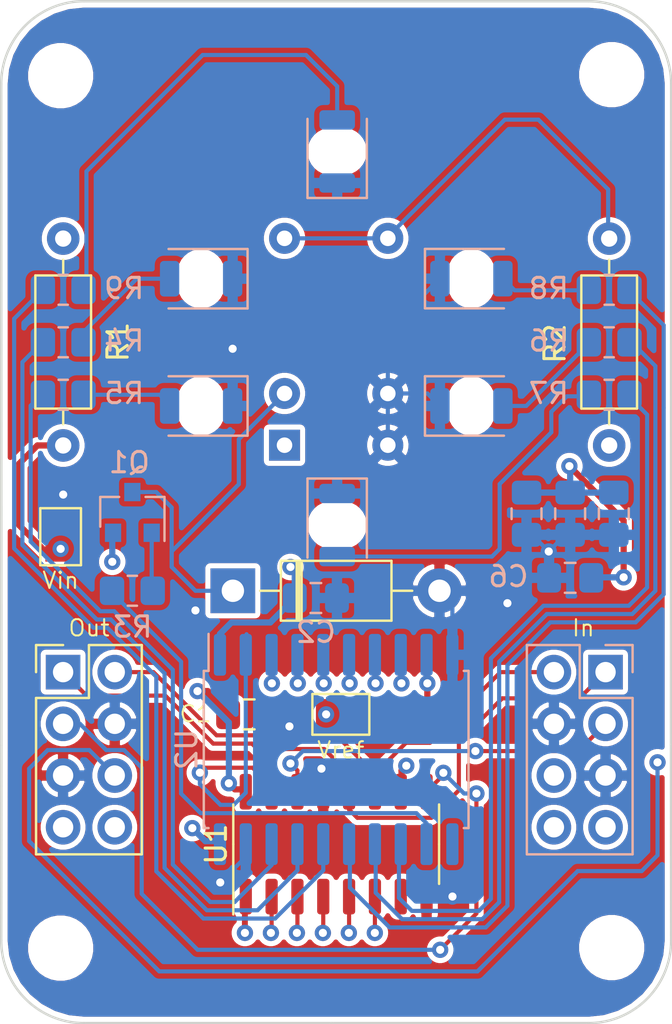
<source format=kicad_pcb>
(kicad_pcb (version 20171130) (host pcbnew "(5.1.7)-1")
  (layers (0 F.Cu signal hide) (1 In1.Cu signal hide) (2 In2.Cu signal hide) (31 B.Cu signal hide) (34 B.Paste user) (35 F.Paste user hide) (36 B.SilkS user) (37 F.SilkS user) (38 B.Mask user) (39 F.Mask user hide) (44 Edge.Cuts user))
  (net 0 "")
  (net 1 GND)
  (net 2 /Vref)
  (net 3 /Vin)
  (net 4 /Vout)
  (net 5 "Net-(K1-Pad5)")
  (net 6 VCC)
  (net 7 "Net-(D1-Pad1)")
  (net 8 /DataIn)
  (net 9 /CLK)
  (net 10 /LATCH)
  (net 11 /DataOut)
  (net 12 "Net-(Q1-Pad1)")
  (net 13 /PFET)
  (net 14 /LED1)
  (net 15 /LED3)
  (net 16 /LED5)
  (net 17 /LED2)
  (net 18 /LED4)
  (net 19 /LED6)
  (net 20 "Net-(U1-Pad15)")
  (net 21 "Net-(U1-Pad7)")
  (net 22 "Net-(U1-Pad6)")
  (net 23 "Net-(U1-Pad5)")
  (net 24 "Net-(U1-Pad4)")
  (net 25 "Net-(U1-Pad3)")
  (net 26 "Net-(U1-Pad2)")
  (net 27 "Net-(U1-Pad1)")
  (net 28 "Net-(U2-Pad11)")
  (net 29 /CL2)
  (net 30 /CL3)
  (net 31 /CL1)
  (net 32 /CL6)
  (net 33 /CL4)
  (net 34 /CL5)
  (module Connector_PinHeader_2.54mm:PinHeader_2x04_P2.54mm_Vertical (layer F.Cu) (at 123.947 116.16166)
    (fp_text reference J1 hide)
    (fp_text value Out)
    (pad 8 thru_hole oval (at 2.54 7.62) (size 1.7 1.7) (drill 1) (layers *.Cu *.Mask) (net 6 VCC))
    (pad 7 thru_hole oval (at 0 7.62) (size 1.7 1.7) (drill 1) (layers *.Cu *.Mask) (net 2 /Vref))
    (pad 6 thru_hole oval (at 2.54 5.08) (size 1.7 1.7) (drill 1) (layers *.Cu *.Mask) (net 4 /Vout))
    (pad 5 thru_hole oval (at 0 5.08) (size 1.7 1.7) (drill 1) (layers *.Cu *.Mask) (net 1 GND))
    (pad 4 thru_hole oval (at 2.54 2.54) (size 1.7 1.7) (drill 1) (layers *.Cu *.Mask) (net 1 GND))
    (pad 3 thru_hole oval (at 0 2.54) (size 1.7 1.7) (drill 1) (layers *.Cu *.Mask) (net 11 /DataOut))
    (pad 2 thru_hole oval (at 2.54 0) (size 1.7 1.7) (drill 1) (layers *.Cu *.Mask) (net 9 /CLK))
    (pad 1 thru_hole rect (at 0 0) (size 1.7 1.7) (drill 1) (layers *.Cu *.Mask) (net 10 /LATCH))
  )
  (module Connector_PinHeader_2.54mm:PinHeader_2x04_P2.54mm_Vertical (layer B.Cu) (at 150.622 116.16166 180)
    (fp_text reference J2 hide)
    (fp_text value In)
    (pad 8 thru_hole oval (at 2.54 -7.62 180) (size 1.7 1.7) (drill 1) (layers *.Cu *.Mask) (net 6 VCC))
    (pad 7 thru_hole oval (at 0 -7.62 180) (size 1.7 1.7) (drill 1) (layers *.Cu *.Mask) (net 2 /Vref))
    (pad 6 thru_hole oval (at 2.54 -5.08 180) (size 1.7 1.7) (drill 1) (layers *.Cu *.Mask) (net 3 /Vin))
    (pad 5 thru_hole oval (at 0 -5.08 180) (size 1.7 1.7) (drill 1) (layers *.Cu *.Mask) (net 1 GND))
    (pad 4 thru_hole oval (at 2.54 -2.54 180) (size 1.7 1.7) (drill 1) (layers *.Cu *.Mask) (net 1 GND))
    (pad 3 thru_hole oval (at 0 -2.54 180) (size 1.7 1.7) (drill 1) (layers *.Cu *.Mask) (net 8 /DataIn))
    (pad 2 thru_hole oval (at 2.54 0 180) (size 1.7 1.7) (drill 1) (layers *.Cu *.Mask) (net 9 /CLK))
    (pad 1 thru_hole rect (at 0 0 180) (size 1.7 1.7) (drill 1) (layers *.Cu *.Mask) (net 10 /LATCH))
  )
  (module Relay_THT:Relay_SPDT_HsinDa_Y14 (layer F.Cu) (at 134.8352 105.0163 90)
    (fp_text reference K1 hide)
    (fp_text value DIPxx-1Cxx-51x)
    (pad 1 thru_hole rect (at 0 0 90) (size 1.524 1.524) (drill 0.762) (layers *.Cu *.Mask) (net 2 /Vref))
    (pad 2 thru_hole circle (at 0 5.08 90) (size 1.524 1.524) (drill 0.762) (layers *.Cu *.Mask) (net 1 GND))
    (pad 3 thru_hole circle (at 2.54 0 90) (size 1.524 1.524) (drill 0.762) (layers *.Cu *.Mask) (net 7 "Net-(D1-Pad1)"))
    (pad 4 thru_hole circle (at 2.54 5.08 90) (size 1.524 1.524) (drill 0.762) (layers *.Cu *.Mask) (net 1 GND))
    (pad 5 thru_hole circle (at 10.16 0 90) (size 1.524 1.524) (drill 0.762) (layers *.Cu *.Mask) (net 5 "Net-(K1-Pad5)"))
    (pad 6 thru_hole circle (at 10.16 5.08 90) (size 1.524 1.524) (drill 0.762) (layers *.Cu *.Mask) (net 5 "Net-(K1-Pad5)"))
  )
  (module MountingHole:MountingHole_2.7mm (layer F.Cu) (at 123.827 129.7178)
    (fp_text reference H4 hide)
    (fp_text value MountingHole)
    (pad 1 np_thru_hole circle (at 0 0) (size 2.7 2.7) (drill 2.7) (layers *.Cu *.Mask))
  )
  (module MountingHole:MountingHole_2.7mm (layer F.Cu) (at 150.9248 86.8172)
    (fp_text reference H3 hide)
    (fp_text value MountingHole)
    (pad 1 np_thru_hole circle (at 0 0) (size 2.7 2.7) (drill 2.7) (layers *.Cu *.Mask))
  )
  (module MountingHole:MountingHole_2.7mm (layer F.Cu) (at 150.9248 129.6924)
    (fp_text reference H2 hide)
    (fp_text value MountingHole)
    (pad 1 np_thru_hole circle (at 0 0) (size 2.7 2.7) (drill 2.7) (layers *.Cu *.Mask))
  )
  (module MountingHole:MountingHole_2.7mm (layer F.Cu) (at 123.827 86.868)
    (fp_text reference H1 hide)
    (fp_text value MountingHole)
    (pad 1 np_thru_hole circle (at 0 0) (size 2.7 2.7) (drill 2.7) (layers *.Cu *.Mask))
  )
  (module Capacitor_SMD:C_0805_2012Metric_Pad1.18x1.45mm_HandSolder (layer B.Cu) (at 148.8821 111.5314 180)
    (fp_text reference C6 (at 3.0353 0.0675) (layer B.SilkS) (effects (justify mirror)))
    (fp_text value 22uF)
    (pad 2 smd roundrect (at 1.0375 0 180) (size 1.175 1.45) (layers B.Cu B.Paste B.Mask) (roundrect_rratio 0.212766) (net 1 GND))
    (pad 1 smd roundrect (at -1.0375 0 180) (size 1.175 1.45) (layers B.Cu B.Paste B.Mask) (roundrect_rratio 0.212766) (net 6 VCC))
  )
  (module Capacitor_SMD:C_0805_2012Metric_Pad1.18x1.45mm_HandSolder (layer B.Cu) (at 151.0284 108.3818 270)
    (fp_text reference C5 hide)
    (fp_text value 22uF)
    (pad 2 smd roundrect (at 1.0375 0 270) (size 1.175 1.45) (layers B.Cu B.Paste B.Mask) (roundrect_rratio 0.212766) (net 1 GND))
    (pad 1 smd roundrect (at -1.0375 0 270) (size 1.175 1.45) (layers B.Cu B.Paste B.Mask) (roundrect_rratio 0.212766) (net 6 VCC))
  )
  (module Capacitor_SMD:C_0805_2012Metric_Pad1.18x1.45mm_HandSolder (layer B.Cu) (at 148.8821 108.3818 270)
    (fp_text reference C4 hide)
    (fp_text value 22uF)
    (pad 2 smd roundrect (at 1.0375 0 270) (size 1.175 1.45) (layers B.Cu B.Paste B.Mask) (roundrect_rratio 0.212766) (net 1 GND))
    (pad 1 smd roundrect (at -1.0375 0 270) (size 1.175 1.45) (layers B.Cu B.Paste B.Mask) (roundrect_rratio 0.212766) (net 6 VCC))
  )
  (module Capacitor_SMD:C_0805_2012Metric_Pad1.18x1.45mm_HandSolder (layer B.Cu) (at 146.7358 108.3818 270)
    (fp_text reference C3 hide)
    (fp_text value 22uF)
    (pad 2 smd roundrect (at 1.0375 0 270) (size 1.175 1.45) (layers B.Cu B.Paste B.Mask) (roundrect_rratio 0.212766) (net 1 GND))
    (pad 1 smd roundrect (at -1.0375 0 270) (size 1.175 1.45) (layers B.Cu B.Paste B.Mask) (roundrect_rratio 0.212766) (net 6 VCC))
  )
  (module Resistor_THT:R_Axial_DIN0207_L6.3mm_D2.5mm_P10.16mm_Horizontal (layer F.Cu) (at 150.7998 94.869 270)
    (fp_text reference R2 (at 5.1562 2.667 90) (layer F.SilkS))
    (fp_text value 2R)
    (pad 2 thru_hole oval (at 10.16 0 270) (size 1.6 1.6) (drill 0.8) (layers *.Cu *.Mask) (net 4 /Vout))
    (pad 1 thru_hole circle (at 0 0 270) (size 1.6 1.6) (drill 0.8) (layers *.Cu *.Mask) (net 5 "Net-(K1-Pad5)"))
  )
  (module Resistor_THT:R_Axial_DIN0207_L6.3mm_D2.5mm_P10.16mm_Horizontal (layer F.Cu) (at 123.952 94.869 270)
    (fp_text reference R1 (at 5.08 -2.6924 90) (layer F.SilkS))
    (fp_text value R)
    (pad 2 thru_hole oval (at 10.16 0 270) (size 1.6 1.6) (drill 0.8) (layers *.Cu *.Mask) (net 3 /Vin))
    (pad 1 thru_hole circle (at 0 0 270) (size 1.6 1.6) (drill 0.8) (layers *.Cu *.Mask) (net 4 /Vout))
  )
  (module Jumper:SolderJumper-2_P1.3mm_Open_TrianglePad1.0x1.5mm (layer F.Cu) (at 137.6052 118.237)
    (fp_text reference JP2 hide)
    (fp_text value Vref)
    (pad 1 smd custom (at -0.725 0) (size 0.3 0.3) (layers F.Cu F.Mask) (net 2 /Vref) (options (clearance outline) (anchor rect)) (primitives (gr_poly (pts (xy -0.5 -0.75) (xy 0.5 -0.75) (xy 1 0) (xy 0.5 0.75) (xy -0.5 0.75)) (width 0))))
    (pad 2 smd custom (at 0.725 0) (size 0.3 0.3) (layers F.Cu F.Mask) (net 6 VCC) (options (clearance outline) (anchor rect)) (primitives (gr_poly (pts (xy -0.65 -0.75) (xy 0.5 -0.75) (xy 0.5 0.75) (xy -0.65 0.75) (xy -0.15 0)) (width 0))))
  )
  (module Package_SO:SOIC-20W_7.5x12.8mm_P1.27mm (layer B.Cu) (at 137.3752 119.96166 270)
    (fp_text reference U2 (at 0 7.35 90) (layer B.SilkS) (effects (justify mirror)))
    (fp_text value 74HC245)
    (pad 20 smd roundrect (at 4.65 5.715 270) (size 2.05 0.6) (layers B.Cu B.Paste B.Mask) (net 6 VCC))
    (pad 19 smd roundrect (at 4.65 4.445 270) (size 2.05 0.6) (layers B.Cu B.Paste B.Mask) (net 1 GND))
    (pad 18 smd roundrect (at 4.65 3.175 270) (size 2.05 0.6) (layers B.Cu B.Paste B.Mask) (net 14 /LED1))
    (pad 17 smd roundrect (at 4.65 1.905 270) (size 2.05 0.6) (layers B.Cu B.Paste B.Mask) (net 17 /LED2))
    (pad 16 smd roundrect (at 4.65 0.635 270) (size 2.05 0.6) (layers B.Cu B.Paste B.Mask) (net 15 /LED3))
    (pad 15 smd roundrect (at 4.65 -0.635 270) (size 2.05 0.6) (layers B.Cu B.Paste B.Mask) (net 18 /LED4))
    (pad 14 smd roundrect (at 4.65 -1.905 270) (size 2.05 0.6) (layers B.Cu B.Paste B.Mask) (net 16 /LED5))
    (pad 13 smd roundrect (at 4.65 -3.175 270) (size 2.05 0.6) (layers B.Cu B.Paste B.Mask) (net 19 /LED6))
    (pad 12 smd roundrect (at 4.65 -4.445 270) (size 2.05 0.6) (layers B.Cu B.Paste B.Mask) (net 13 /PFET))
    (pad 11 smd roundrect (at 4.65 -5.715 270) (size 2.05 0.6) (layers B.Cu B.Paste B.Mask) (net 28 "Net-(U2-Pad11)"))
    (pad 10 smd roundrect (at -4.65 -5.715 270) (size 2.05 0.6) (layers B.Cu B.Paste B.Mask) (net 1 GND))
    (pad 9 smd roundrect (at -4.65 -4.445 270) (size 2.05 0.6) (layers B.Cu B.Paste B.Mask) (net 6 VCC))
    (pad 8 smd roundrect (at -4.65 -3.175 270) (size 2.05 0.6) (layers B.Cu B.Paste B.Mask) (net 22 "Net-(U1-Pad6)"))
    (pad 7 smd roundrect (at -4.65 -1.905 270) (size 2.05 0.6) (layers B.Cu B.Paste B.Mask) (net 23 "Net-(U1-Pad5)"))
    (pad 6 smd roundrect (at -4.65 -0.635 270) (size 2.05 0.6) (layers B.Cu B.Paste B.Mask) (net 24 "Net-(U1-Pad4)"))
    (pad 5 smd roundrect (at -4.65 0.635 270) (size 2.05 0.6) (layers B.Cu B.Paste B.Mask) (net 25 "Net-(U1-Pad3)"))
    (pad 4 smd roundrect (at -4.65 1.905 270) (size 2.05 0.6) (layers B.Cu B.Paste B.Mask) (net 26 "Net-(U1-Pad2)"))
    (pad 3 smd roundrect (at -4.65 3.175 270) (size 2.05 0.6) (layers B.Cu B.Paste B.Mask) (net 27 "Net-(U1-Pad1)"))
    (pad 2 smd roundrect (at -4.65 4.445 270) (size 2.05 0.6) (layers B.Cu B.Paste B.Mask) (net 20 "Net-(U1-Pad15)"))
    (pad 1 smd roundrect (at -4.65 5.715 270) (size 2.05 0.6) (layers B.Cu B.Paste B.Mask) (net 6 VCC))
  )
  (module Package_SO:SO-16_3.9x9.9mm_P1.27mm (layer F.Cu) (at 137.3752 124.6124 90)
    (fp_text reference U1 (at 0 -5.9 90) (layer F.SilkS))
    (fp_text value 74HCT595)
    (pad 16 smd roundrect (at 2.575 -4.445 90) (size 1.75 0.6) (layers F.Cu F.Paste F.Mask) (net 6 VCC))
    (pad 15 smd roundrect (at 2.575 -3.175 90) (size 1.75 0.6) (layers F.Cu F.Paste F.Mask) (net 20 "Net-(U1-Pad15)"))
    (pad 14 smd roundrect (at 2.575 -1.905 90) (size 1.75 0.6) (layers F.Cu F.Paste F.Mask) (net 8 /DataIn))
    (pad 13 smd roundrect (at 2.575 -0.635 90) (size 1.75 0.6) (layers F.Cu F.Paste F.Mask) (net 1 GND))
    (pad 12 smd roundrect (at 2.575 0.635 90) (size 1.75 0.6) (layers F.Cu F.Paste F.Mask) (net 10 /LATCH))
    (pad 11 smd roundrect (at 2.575 1.905 90) (size 1.75 0.6) (layers F.Cu F.Paste F.Mask) (net 9 /CLK))
    (pad 10 smd roundrect (at 2.575 3.175 90) (size 1.75 0.6) (layers F.Cu F.Paste F.Mask) (net 6 VCC))
    (pad 9 smd roundrect (at 2.575 4.445 90) (size 1.75 0.6) (layers F.Cu F.Paste F.Mask) (net 11 /DataOut))
    (pad 8 smd roundrect (at -2.575 4.445 90) (size 1.75 0.6) (layers F.Cu F.Paste F.Mask) (net 1 GND))
    (pad 7 smd roundrect (at -2.575 3.175 90) (size 1.75 0.6) (layers F.Cu F.Paste F.Mask) (net 21 "Net-(U1-Pad7)"))
    (pad 6 smd roundrect (at -2.575 1.905 90) (size 1.75 0.6) (layers F.Cu F.Paste F.Mask) (net 22 "Net-(U1-Pad6)"))
    (pad 5 smd roundrect (at -2.575 0.635 90) (size 1.75 0.6) (layers F.Cu F.Paste F.Mask) (net 23 "Net-(U1-Pad5)"))
    (pad 4 smd roundrect (at -2.575 -0.635 90) (size 1.75 0.6) (layers F.Cu F.Paste F.Mask) (net 24 "Net-(U1-Pad4)"))
    (pad 3 smd roundrect (at -2.575 -1.905 90) (size 1.75 0.6) (layers F.Cu F.Paste F.Mask) (net 25 "Net-(U1-Pad3)"))
    (pad 2 smd roundrect (at -2.575 -3.175 90) (size 1.75 0.6) (layers F.Cu F.Paste F.Mask) (net 26 "Net-(U1-Pad2)"))
    (pad 1 smd roundrect (at -2.575 -4.445 90) (size 1.75 0.6) (layers F.Cu F.Paste F.Mask) (net 27 "Net-(U1-Pad1)"))
  )
  (module Resistor_SMD:R_0805_2012Metric_Pad1.20x1.40mm_HandSolder (layer B.Cu) (at 123.952 97.38445 180)
    (fp_text reference R9 (at -2.9972 0.0675 180) (layer B.SilkS) (effects (justify mirror)))
    (fp_text value R)
    (pad 2 smd roundrect (at 1 0 180) (size 1.2 1.4) (layers B.Cu B.Paste B.Mask) (roundrect_rratio 0.208333) (net 15 /LED3))
    (pad 1 smd roundrect (at -1 0 180) (size 1.2 1.4) (layers B.Cu B.Paste B.Mask) (roundrect_rratio 0.208333) (net 30 /CL3))
  )
  (module Resistor_SMD:R_0805_2012Metric_Pad1.20x1.40mm_HandSolder (layer B.Cu) (at 150.7998 97.38445)
    (fp_text reference R8 (at -2.9718 -0.0675) (layer B.SilkS) (effects (justify mirror)))
    (fp_text value R)
    (pad 2 smd roundrect (at 1 0) (size 1.2 1.4) (layers B.Cu B.Paste B.Mask) (roundrect_rratio 0.208333) (net 18 /LED4))
    (pad 1 smd roundrect (at -1 0) (size 1.2 1.4) (layers B.Cu B.Paste B.Mask) (roundrect_rratio 0.208333) (net 33 /CL4))
  )
  (module Resistor_SMD:R_0805_2012Metric_Pad1.20x1.40mm_HandSolder (layer B.Cu) (at 150.7998 102.53895)
    (fp_text reference R7 (at -2.9718 -0.0675 180) (layer B.SilkS) (effects (justify mirror)))
    (fp_text value R)
    (pad 2 smd roundrect (at 1 0) (size 1.2 1.4) (layers B.Cu B.Paste B.Mask) (roundrect_rratio 0.208333) (net 19 /LED6))
    (pad 1 smd roundrect (at -1 0) (size 1.2 1.4) (layers B.Cu B.Paste B.Mask) (roundrect_rratio 0.208333) (net 32 /CL6))
  )
  (module Resistor_SMD:R_0805_2012Metric_Pad1.20x1.40mm_HandSolder (layer B.Cu) (at 150.7998 99.9617)
    (fp_text reference R6 (at -2.9718 -0.0675 180) (layer B.SilkS) (effects (justify mirror)))
    (fp_text value R)
    (pad 2 smd roundrect (at 1 0) (size 1.2 1.4) (layers B.Cu B.Paste B.Mask) (roundrect_rratio 0.208333) (net 16 /LED5))
    (pad 1 smd roundrect (at -1 0) (size 1.2 1.4) (layers B.Cu B.Paste B.Mask) (roundrect_rratio 0.208333) (net 34 /CL5))
  )
  (module Resistor_SMD:R_0805_2012Metric_Pad1.20x1.40mm_HandSolder (layer B.Cu) (at 123.952 102.53895 180)
    (fp_text reference R5 (at -2.9972 0.0675 180) (layer B.SilkS) (effects (justify mirror)))
    (fp_text value R)
    (pad 2 smd roundrect (at 1 0 180) (size 1.2 1.4) (layers B.Cu B.Paste B.Mask) (roundrect_rratio 0.208333) (net 14 /LED1))
    (pad 1 smd roundrect (at -1 0 180) (size 1.2 1.4) (layers B.Cu B.Paste B.Mask) (roundrect_rratio 0.208333) (net 31 /CL1))
  )
  (module Resistor_SMD:R_0805_2012Metric_Pad1.20x1.40mm_HandSolder (layer B.Cu) (at 123.952 99.9617 180)
    (fp_text reference R4 (at -2.9972 0.0675) (layer B.SilkS) (effects (justify mirror)))
    (fp_text value R)
    (pad 2 smd roundrect (at 1 0 180) (size 1.2 1.4) (layers B.Cu B.Paste B.Mask) (roundrect_rratio 0.208333) (net 17 /LED2))
    (pad 1 smd roundrect (at -1 0 180) (size 1.2 1.4) (layers B.Cu B.Paste B.Mask) (roundrect_rratio 0.208333) (net 29 /CL2))
  )
  (module Resistor_SMD:R_0805_2012Metric_Pad1.20x1.40mm_HandSolder (layer B.Cu) (at 127.3529 112.1664 180)
    (fp_text reference R3 (at 0 -1.778) (layer B.SilkS) (effects (justify mirror)))
    (fp_text value 2R)
    (pad 2 smd roundrect (at 1 0 180) (size 1.2 1.4) (layers B.Cu B.Paste B.Mask) (roundrect_rratio 0.208333) (net 13 /PFET))
    (pad 1 smd roundrect (at -1 0 180) (size 1.2 1.4) (layers B.Cu B.Paste B.Mask) (roundrect_rratio 0.208333) (net 12 "Net-(Q1-Pad1)"))
  )
  (module Package_TO_SOT_SMD:SOT-23 (layer B.Cu) (at 127.3529 108.31806 90)
    (fp_text reference Q1 (at 2.45086 -0.1497 180) (layer B.SilkS) (effects (justify mirror)))
    (fp_text value P-NMOS)
    (pad 3 smd rect (at 1 0 90) (size 0.9 0.8) (layers B.Cu B.Paste B.Mask) (net 7 "Net-(D1-Pad1)"))
    (pad 2 smd rect (at -1 -0.95 90) (size 0.9 0.8) (layers B.Cu B.Paste B.Mask) (net 6 VCC))
    (pad 1 smd rect (at -1 0.95 90) (size 0.9 0.8) (layers B.Cu B.Paste B.Mask) (net 12 "Net-(Q1-Pad1)"))
  )
  (module Capacitor_SMD:C_0805_2012Metric_Pad1.18x1.45mm_HandSolder (layer B.Cu) (at 136.3765 112.522)
    (fp_text reference C2 (at 0 1.68) (layer B.SilkS) (effects (justify mirror)))
    (fp_text value 1uF)
    (pad 2 smd roundrect (at 1.0375 0) (size 1.175 1.45) (layers B.Cu B.Paste B.Mask) (roundrect_rratio 0.212766) (net 1 GND))
    (pad 1 smd roundrect (at -1.0375 0) (size 1.175 1.45) (layers B.Cu B.Paste B.Mask) (roundrect_rratio 0.212766) (net 6 VCC))
  )
  (module Capacitor_SMD:C_0805_2012Metric_Pad1.18x1.45mm_HandSolder (layer F.Cu) (at 133.100201 118.237)
    (fp_text reference C1 (at -2.645801 -0.0254) (layer F.SilkS) (effects (font (size 0.8 0.8) (thickness 0.1))))
    (fp_text value 1uF)
    (pad 2 smd roundrect (at 1.0375 0) (size 1.175 1.45) (layers F.Cu F.Paste F.Mask) (roundrect_rratio 0.212766) (net 1 GND))
    (pad 1 smd roundrect (at -1.0375 0) (size 1.175 1.45) (layers F.Cu F.Paste F.Mask) (roundrect_rratio 0.212766) (net 6 VCC))
  )
  (module Diode_THT:D_DO-41_SOD81_P10.16mm_Horizontal (layer F.Cu) (at 132.2952 112.1664)
    (fp_text reference D1 hide)
    (fp_text value 1n4001)
    (pad 1 thru_hole rect (at 0 0) (size 2.2 2.2) (drill 1.1) (layers *.Cu *.Mask) (net 7 "Net-(D1-Pad1)"))
    (pad 2 thru_hole oval (at 10.16 0) (size 2.2 2.2) (drill 1.1) (layers *.Cu *.Mask) (net 1 GND))
  )
  (module LED_SMD:LED_1206_3216Metric_ReverseMount_Hole1.8x2.4mm (layer B.Cu) (at 137.42416 108.93806 270)
    (fp_text reference D2 hide)
    (fp_text value LED_Small)
    (pad 1 smd roundrect (at -1.55 0 270) (size 0.95 1.75) (layers B.Cu B.Paste B.Mask) (roundrect_rratio 0.2) (net 1 GND))
    (pad 2 smd roundrect (at 1.55 0 270) (size 0.95 1.75) (layers B.Cu B.Paste B.Mask) (roundrect_rratio 0.2) (net 32 /CL6))
    (pad "" np_thru_hole oval (at 0 0 270) (size 1.8 2.4) (drill oval 1.8 2.4) (layers *.Cu *.Mask))
  )
  (module LED_SMD:LED_1206_3216Metric_ReverseMount_Hole1.8x2.4mm (layer B.Cu) (at 130.7338 103.08939 180)
    (fp_text reference D3 hide)
    (fp_text value LED_Small)
    (pad "" np_thru_hole oval (at 0 0 180) (size 1.8 2.4) (drill oval 1.8 2.4) (layers *.Cu *.Mask))
    (pad 2 smd roundrect (at 1.55 0 180) (size 0.95 1.75) (layers B.Cu B.Paste B.Mask) (roundrect_rratio 0.2) (net 31 /CL1))
    (pad 1 smd roundrect (at -1.55 0 180) (size 0.95 1.75) (layers B.Cu B.Paste B.Mask) (roundrect_rratio 0.2) (net 1 GND))
  )
  (module LED_SMD:LED_1206_3216Metric_ReverseMount_Hole1.8x2.4mm (layer B.Cu) (at 130.7338 96.84004 180)
    (fp_text reference D4 hide)
    (fp_text value LED_Small)
    (pad 1 smd roundrect (at -1.55 0 180) (size 0.95 1.75) (layers B.Cu B.Paste B.Mask) (roundrect_rratio 0.2) (net 1 GND))
    (pad 2 smd roundrect (at 1.55 0 180) (size 0.95 1.75) (layers B.Cu B.Paste B.Mask) (roundrect_rratio 0.2) (net 29 /CL2))
    (pad "" np_thru_hole oval (at 0 0 180) (size 1.8 2.4) (drill oval 1.8 2.4) (layers *.Cu *.Mask))
  )
  (module LED_SMD:LED_1206_3216Metric_ReverseMount_Hole1.8x2.4mm (layer B.Cu) (at 137.42416 90.5891 90)
    (fp_text reference D5 hide)
    (fp_text value LED_Small)
    (pad "" np_thru_hole oval (at 0 0 90) (size 1.8 2.4) (drill oval 1.8 2.4) (layers *.Cu *.Mask))
    (pad 2 smd roundrect (at 1.55 0 90) (size 0.95 1.75) (layers B.Cu B.Paste B.Mask) (roundrect_rratio 0.2) (net 30 /CL3))
    (pad 1 smd roundrect (at -1.55 0 90) (size 0.95 1.75) (layers B.Cu B.Paste B.Mask) (roundrect_rratio 0.2) (net 1 GND))
  )
  (module LED_SMD:LED_1206_3216Metric_ReverseMount_Hole1.8x2.4mm (layer B.Cu) (at 144.02562 96.83496)
    (fp_text reference D6 hide)
    (fp_text value LED_Small)
    (pad "" np_thru_hole oval (at 0 0) (size 1.8 2.4) (drill oval 1.8 2.4) (layers *.Cu *.Mask))
    (pad 2 smd roundrect (at 1.55 0) (size 0.95 1.75) (layers B.Cu B.Paste B.Mask) (roundrect_rratio 0.2) (net 33 /CL4))
    (pad 1 smd roundrect (at -1.55 0) (size 0.95 1.75) (layers B.Cu B.Paste B.Mask) (roundrect_rratio 0.2) (net 1 GND))
  )
  (module LED_SMD:LED_1206_3216Metric_ReverseMount_Hole1.8x2.4mm (layer B.Cu) (at 144.02562 103.08939)
    (fp_text reference D7 hide)
    (fp_text value LED_Small)
    (pad 1 smd roundrect (at -1.55 0) (size 0.95 1.75) (layers B.Cu B.Paste B.Mask) (roundrect_rratio 0.2) (net 1 GND))
    (pad 2 smd roundrect (at 1.55 0) (size 0.95 1.75) (layers B.Cu B.Paste B.Mask) (roundrect_rratio 0.2) (net 34 /CL5))
    (pad "" np_thru_hole oval (at 0 0) (size 1.8 2.4) (drill oval 1.8 2.4) (layers *.Cu *.Mask))
  )
  (module Jumper:SolderJumper-2_P1.3mm_Open_TrianglePad1.0x1.5mm (layer F.Cu) (at 123.825 109.511001 90)
    (fp_text reference JP1 hide)
    (fp_text value First_Module)
    (pad 2 smd custom (at 0.725 0 90) (size 0.3 0.3) (layers F.Cu F.Mask) (net 1 GND) (options (clearance outline) (anchor rect)) (primitives (gr_poly (pts (xy -0.65 -0.75) (xy 0.5 -0.75) (xy 0.5 0.75) (xy -0.65 0.75) (xy -0.15 0)) (width 0))))
    (pad 1 smd custom (at -0.725 0 90) (size 0.3 0.3) (layers F.Cu F.Mask) (net 3 /Vin) (options (clearance outline) (anchor rect)) (primitives (gr_poly (pts (xy -0.5 -0.75) (xy 0.5 -0.75) (xy 1 0) (xy 0.5 0.75) (xy -0.5 0.75)) (width 0))))
  )
  (gr_text Out (at 125.222 113.9952) (layer F.SilkS) (effects (font (size 0.8 0.8) (thickness 0.1))))
  (gr_text Vref (at 137.6052 119.9896) (layer F.SilkS) (effects (font (size 0.8 0.8) (thickness 0.1))))
  (gr_text In (at 149.5298 113.9952) (layer F.SilkS) (effects (font (size 0.8 0.8) (thickness 0.1))))
  (gr_text Vin (at 123.825 111.6584) (layer F.SilkS) (effects (font (size 0.8 0.8) (thickness 0.1))))
  (gr_arc (start 124.968 87.2744) (end 124.968 83.2104) (angle -90) (layer Edge.Cuts) (width 0.12))
  (gr_arc (start 124.968 129.3368) (end 120.904 129.3368) (angle -90) (layer Edge.Cuts) (width 0.12))
  (gr_arc (start 149.7838 129.3368) (end 149.7838 133.4008) (angle -90) (layer Edge.Cuts) (width 0.12))
  (gr_arc (start 149.7838 87.2744) (end 153.8478 87.2744) (angle -90) (layer Edge.Cuts) (width 0.12))
  (gr_line (start 124.968 83.2104) (end 138.3538 83.2104) (layer Edge.Cuts) (width 0.12))
  (gr_line (start 120.912 119.761) (end 120.904 87.2744) (layer Edge.Cuts) (width 0.12))
  (gr_line (start 120.904 129.3368) (end 120.912 119.761) (layer Edge.Cuts) (width 0.12))
  (gr_line (start 137.16 133.4008) (end 124.968 133.4008) (layer Edge.Cuts) (width 0.12))
  (gr_line (start 149.7838 133.4008) (end 137.16 133.4008) (layer Edge.Cuts) (width 0.12))
  (gr_line (start 153.8398 119.7102) (end 153.8478 129.3368) (layer Edge.Cuts) (width 0.12))
  (gr_line (start 153.8478 87.2744) (end 153.8398 119.7102) (layer Edge.Cuts) (width 0.12))
  (gr_line (start 138.3538 83.2104) (end 149.7838 83.2104) (layer Edge.Cuts) (width 0.12))
  (segment (start 143.0902 115.31166) (end 143.0902 112.7372) (width 0.2032) (layer B.Cu) (net 1))
  (segment (start 143.0902 112.7372) (end 142.367 112.014) (width 0.2032) (layer B.Cu) (net 1))
  (via (at 143.094239 127.18419) (size 0.8) (drill 0.4) (layers F.Cu B.Cu) (net 1))
  (segment (start 141.8202 127.1874) (end 143.091029 127.1874) (width 0.2032) (layer F.Cu) (net 1))
  (segment (start 143.091029 127.1874) (end 143.094239 127.18419) (width 0.2032) (layer F.Cu) (net 1))
  (segment (start 139.9152 105.0163) (end 139.9152 102.4763) (width 0.2032) (layer B.Cu) (net 1))
  (segment (start 141.86253 102.4763) (end 142.47562 103.08939) (width 0.2032) (layer B.Cu) (net 1))
  (segment (start 139.9152 102.4763) (end 141.86253 102.4763) (width 0.2032) (layer B.Cu) (net 1))
  (segment (start 139.9152 99.39538) (end 142.47562 96.83496) (width 0.2032) (layer B.Cu) (net 1))
  (segment (start 139.9152 102.4763) (end 139.9152 99.39538) (width 0.2032) (layer B.Cu) (net 1))
  (segment (start 137.42416 92.1391) (end 133.4129 92.1391) (width 0.2032) (layer B.Cu) (net 1))
  (segment (start 132.2838 93.2682) (end 132.2838 96.84004) (width 0.2032) (layer B.Cu) (net 1))
  (segment (start 133.4129 92.1391) (end 132.2838 93.2682) (width 0.2032) (layer B.Cu) (net 1))
  (segment (start 142.47562 103.08939) (end 142.47562 104.66638) (width 0.2032) (layer B.Cu) (net 1))
  (segment (start 139.75394 107.38806) (end 137.42416 107.38806) (width 0.2032) (layer B.Cu) (net 1))
  (segment (start 142.47562 104.66638) (end 139.75394 107.38806) (width 0.2032) (layer B.Cu) (net 1))
  (segment (start 123.825 108.786001) (end 123.825 107.569) (width 0.2032) (layer F.Cu) (net 1))
  (segment (start 123.825 107.569) (end 123.952 107.442) (width 0.2032) (layer F.Cu) (net 1))
  (via (at 123.952 107.442) (size 0.8) (drill 0.4) (layers F.Cu B.Cu) (net 1))
  (via (at 132.2838 100.2798) (size 0.8) (drill 0.4) (layers F.Cu B.Cu) (net 1))
  (segment (start 132.2838 103.08939) (end 132.2838 100.2798) (width 0.2032) (layer B.Cu) (net 1))
  (segment (start 132.2838 96.84004) (end 132.2838 100.2798) (width 0.2032) (layer B.Cu) (net 1))
  (via (at 145.796 112.776) (size 0.8) (drill 0.4) (layers F.Cu B.Cu) (net 1))
  (segment (start 147.0406 111.5314) (end 145.796 112.776) (width 0.2032) (layer B.Cu) (net 1))
  (segment (start 147.8446 111.5314) (end 147.0406 111.5314) (width 0.2032) (layer B.Cu) (net 1))
  (via (at 136.652 120.904) (size 0.8) (drill 0.4) (layers F.Cu B.Cu) (net 1))
  (segment (start 136.7402 120.9922) (end 136.652 120.904) (width 0.2032) (layer F.Cu) (net 1))
  (segment (start 136.7402 122.0374) (end 136.7402 120.9922) (width 0.2032) (layer F.Cu) (net 1))
  (via (at 147.828 110.236) (size 0.8) (drill 0.4) (layers F.Cu B.Cu) (net 1))
  (segment (start 147.0113 109.4193) (end 147.828 110.236) (width 0.2032) (layer B.Cu) (net 1))
  (segment (start 146.7358 109.4193) (end 147.0113 109.4193) (width 0.2032) (layer B.Cu) (net 1))
  (segment (start 147.828 111.5148) (end 147.8446 111.5314) (width 0.2032) (layer B.Cu) (net 1))
  (segment (start 147.828 110.236) (end 147.828 111.5148) (width 0.2032) (layer B.Cu) (net 1))
  (segment (start 148.6447 109.4193) (end 147.828 110.236) (width 0.2032) (layer B.Cu) (net 1))
  (segment (start 148.8821 109.4193) (end 148.6447 109.4193) (width 0.2032) (layer B.Cu) (net 1))
  (via (at 130.4544 113.1316) (size 0.8) (drill 0.4) (layers F.Cu B.Cu) (net 1))
  (via (at 131.6736 126.492) (size 0.8) (drill 0.4) (layers F.Cu B.Cu) (net 1))
  (segment (start 132.9302 124.61166) (end 132.9302 125.2354) (width 0.2032) (layer B.Cu) (net 1))
  (segment (start 132.9302 125.2354) (end 131.6736 126.492) (width 0.2032) (layer B.Cu) (net 1))
  (segment (start 134.587879 118.827579) (end 135.0772 118.827579) (width 0.2032) (layer B.Cu) (net 1))
  (segment (start 134.0227 118.2624) (end 134.587879 118.827579) (width 0.2032) (layer B.Cu) (net 1))
  (via (at 135.0772 118.827579) (size 0.8) (drill 0.4) (layers F.Cu B.Cu) (net 1))
  (via (at 136.880204 118.237) (size 0.8) (drill 0.4) (layers F.Cu B.Cu) (net 2))
  (via (at 123.825 110.109) (size 0.8) (drill 0.4) (layers F.Cu B.Cu) (net 3))
  (segment (start 123.825 110.109) (end 123.825 110.236) (width 0.3048) (layer F.Cu) (net 3))
  (segment (start 122.682 105.029) (end 123.952 105.029) (width 0.3048) (layer F.Cu) (net 3))
  (segment (start 121.793 105.918) (end 122.682 105.029) (width 0.3048) (layer F.Cu) (net 3))
  (segment (start 121.793 108.954001) (end 121.793 105.918) (width 0.3048) (layer F.Cu) (net 3))
  (segment (start 123.075 110.236001) (end 121.793 108.954001) (width 0.3048) (layer F.Cu) (net 3))
  (segment (start 123.825 110.236001) (end 123.075 110.236001) (width 0.3048) (layer F.Cu) (net 3))
  (via (at 153.177332 120.592434) (size 0.8) (drill 0.4) (layers F.Cu B.Cu) (net 4))
  (segment (start 153.177332 125.155868) (end 153.177332 120.592434) (width 0.2032) (layer B.Cu) (net 4))
  (segment (start 152.4 125.9332) (end 153.177332 125.155868) (width 0.2032) (layer B.Cu) (net 4))
  (segment (start 149.2504 125.9332) (end 152.4 125.9332) (width 0.2032) (layer B.Cu) (net 4))
  (segment (start 144.3228 130.8608) (end 149.2504 125.9332) (width 0.2032) (layer B.Cu) (net 4))
  (segment (start 122.2756 120.904) (end 122.2756 124.46) (width 0.2032) (layer B.Cu) (net 4))
  (segment (start 128.6764 130.8608) (end 144.3228 130.8608) (width 0.2032) (layer B.Cu) (net 4))
  (segment (start 123.19 119.9896) (end 122.2756 120.904) (width 0.2032) (layer B.Cu) (net 4))
  (segment (start 125.23494 119.9896) (end 123.19 119.9896) (width 0.2032) (layer B.Cu) (net 4))
  (segment (start 122.2756 124.46) (end 128.6764 130.8608) (width 0.2032) (layer B.Cu) (net 4))
  (segment (start 126.487 121.24166) (end 125.23494 119.9896) (width 0.2032) (layer B.Cu) (net 4))
  (segment (start 134.8352 94.8563) (end 139.8397 94.8563) (width 0.2032) (layer B.Cu) (net 5))
  (segment (start 139.8397 94.8563) (end 139.827 94.869) (width 0.2032) (layer B.Cu) (net 5))
  (segment (start 139.827 94.869) (end 145.669 89.027) (width 0.2032) (layer B.Cu) (net 5))
  (segment (start 145.669 89.027) (end 147.32 89.027) (width 0.2032) (layer B.Cu) (net 5))
  (segment (start 147.32 89.027) (end 150.749 92.456) (width 0.2032) (layer B.Cu) (net 5))
  (segment (start 150.749 92.456) (end 150.749 94.996) (width 0.2032) (layer B.Cu) (net 5))
  (via (at 141.859 116.713) (size 0.8) (drill 0.4) (layers F.Cu B.Cu) (net 6))
  (segment (start 141.8202 116.6742) (end 141.859 116.713) (width 0.3048) (layer B.Cu) (net 6))
  (segment (start 141.8202 115.31166) (end 141.8202 116.6742) (width 0.3048) (layer B.Cu) (net 6))
  (via (at 140.824518 120.758518) (size 0.8) (drill 0.4) (layers F.Cu B.Cu) (net 6))
  (segment (start 140.589 122.174) (end 140.589 120.994036) (width 0.3048) (layer F.Cu) (net 6))
  (segment (start 140.589 120.994036) (end 140.824518 120.758518) (width 0.3048) (layer F.Cu) (net 6))
  (via (at 130.302 123.825) (size 0.8) (drill 0.4) (layers F.Cu B.Cu) (net 6))
  (segment (start 130.302 123.825) (end 130.937 124.46) (width 0.3048) (layer B.Cu) (net 6))
  (segment (start 130.937 124.46) (end 131.572 124.46) (width 0.3048) (layer B.Cu) (net 6))
  (segment (start 131.572 124.46) (end 131.572 124.587) (width 0.3048) (layer B.Cu) (net 6))
  (via (at 126.365 110.744) (size 0.8) (drill 0.4) (layers F.Cu B.Cu) (net 6))
  (segment (start 126.365 110.744) (end 126.365 109.474) (width 0.3048) (layer B.Cu) (net 6))
  (segment (start 151.0284 107.3443) (end 146.8413 107.3443) (width 0.3048) (layer B.Cu) (net 6))
  (segment (start 146.8413 107.3443) (end 146.812 107.315) (width 0.3048) (layer B.Cu) (net 6))
  (segment (start 151.0284 107.3443) (end 151.0284 107.4674) (width 0.3048) (layer B.Cu) (net 6))
  (via (at 148.844 106.045) (size 0.8) (drill 0.4) (layers F.Cu B.Cu) (net 6))
  (segment (start 148.8821 106.0831) (end 148.844 106.045) (width 0.3048) (layer B.Cu) (net 6))
  (segment (start 148.8821 107.3443) (end 148.8821 106.0831) (width 0.3048) (layer B.Cu) (net 6))
  (via (at 151.511 111.506) (size 0.8) (drill 0.4) (layers F.Cu B.Cu) (net 6))
  (segment (start 151.511 108.712) (end 151.511 111.506) (width 0.3048) (layer F.Cu) (net 6))
  (segment (start 148.844 106.045) (end 151.511 108.712) (width 0.3048) (layer F.Cu) (net 6))
  (segment (start 151.511 111.506) (end 149.86 111.506) (width 0.3048) (layer B.Cu) (net 6))
  (segment (start 141.859 118.237) (end 138.33741 118.237) (width 0.3048) (layer F.Cu) (net 6))
  (segment (start 141.859 116.713) (end 141.859 118.237) (width 0.3048) (layer F.Cu) (net 6))
  (segment (start 132.395887 121.92) (end 132.09767 121.621783) (width 0.3048) (layer F.Cu) (net 6))
  (segment (start 132.842 121.92) (end 132.395887 121.92) (width 0.3048) (layer F.Cu) (net 6))
  (via (at 132.09767 121.621783) (size 0.8) (drill 0.4) (layers F.Cu B.Cu) (net 6))
  (segment (start 131.6602 114.28666) (end 131.6602 115.31166) (width 0.3048) (layer B.Cu) (net 6))
  (segment (start 132.223259 113.723601) (end 131.6602 114.28666) (width 0.3048) (layer B.Cu) (net 6))
  (segment (start 134.137399 113.723601) (end 132.223259 113.723601) (width 0.3048) (layer B.Cu) (net 6))
  (segment (start 135.339 112.522) (end 134.137399 113.723601) (width 0.3048) (layer B.Cu) (net 6))
  (segment (start 135.339 111.209) (end 135.128 110.998) (width 0.3048) (layer B.Cu) (net 6))
  (via (at 135.128 110.998) (size 0.8) (drill 0.4) (layers F.Cu B.Cu) (net 6))
  (segment (start 135.339 112.522) (end 135.339 111.209) (width 0.3048) (layer B.Cu) (net 6))
  (segment (start 131.699 115.443) (end 131.699 115.951) (width 0.3048) (layer B.Cu) (net 6))
  (segment (start 131.064 117.094) (end 130.556 117.094) (width 0.3048) (layer F.Cu) (net 6))
  (segment (start 132.08 118.11) (end 131.064 117.094) (width 0.3048) (layer F.Cu) (net 6))
  (segment (start 131.699 117.983) (end 130.81 117.094) (width 0.3048) (layer F.Cu) (net 6))
  (via (at 130.556 117.094) (size 0.8) (drill 0.4) (layers F.Cu B.Cu) (net 6))
  (segment (start 130.81 117.094) (end 130.556 117.094) (width 0.3048) (layer F.Cu) (net 6))
  (segment (start 132.09767 118.63567) (end 130.556 117.094) (width 0.3048) (layer B.Cu) (net 6))
  (segment (start 132.09767 121.621783) (end 132.09767 118.63567) (width 0.3048) (layer B.Cu) (net 6))
  (segment (start 128.52706 107.31806) (end 129.286 108.077) (width 0.2032) (layer B.Cu) (net 7))
  (segment (start 127.3529 107.31806) (end 128.52706 107.31806) (width 0.2032) (layer B.Cu) (net 7))
  (segment (start 129.286 108.077) (end 129.286 110.998) (width 0.2032) (layer B.Cu) (net 7))
  (segment (start 130.4544 112.1664) (end 132.2952 112.1664) (width 0.2032) (layer B.Cu) (net 7))
  (segment (start 129.286 110.998) (end 130.4544 112.1664) (width 0.2032) (layer B.Cu) (net 7))
  (segment (start 132.588 106.934) (end 132.588 104.7235) (width 0.2032) (layer B.Cu) (net 7))
  (segment (start 129.286 110.236) (end 132.588 106.934) (width 0.2032) (layer B.Cu) (net 7))
  (segment (start 132.588 104.7235) (end 134.8352 102.4763) (width 0.2032) (layer B.Cu) (net 7))
  (segment (start 129.286 110.998) (end 129.286 110.236) (width 0.2032) (layer B.Cu) (net 7))
  (via (at 135.128 120.65) (size 0.8) (drill 0.4) (layers F.Cu B.Cu) (net 8))
  (segment (start 135.4702 120.9922) (end 135.128 120.65) (width 0.2032) (layer F.Cu) (net 8))
  (segment (start 135.4702 122.0374) (end 135.4702 120.9922) (width 0.2032) (layer F.Cu) (net 8))
  (via (at 144.2212 120.0404) (size 0.8) (drill 0.4) (layers F.Cu B.Cu) (net 8))
  (segment (start 135.7376 120.0404) (end 144.2212 120.0404) (width 0.2032) (layer B.Cu) (net 8))
  (segment (start 135.128 120.65) (end 135.7376 120.0404) (width 0.2032) (layer B.Cu) (net 8))
  (segment (start 149.28326 120.0404) (end 150.622 118.70166) (width 0.2032) (layer F.Cu) (net 8))
  (segment (start 144.2212 120.0404) (end 149.28326 120.0404) (width 0.2032) (layer F.Cu) (net 8))
  (segment (start 139.2802 122.0374) (end 139.2802 121.1624) (width 0.2032) (layer F.Cu) (net 9))
  (segment (start 137.650189 119.532389) (end 133.811325 119.532389) (width 0.2032) (layer F.Cu) (net 9))
  (segment (start 128.390239 116.16166) (end 126.487 116.16166) (width 0.2032) (layer F.Cu) (net 9))
  (segment (start 131.495389 119.26681) (end 128.390239 116.16166) (width 0.2032) (layer F.Cu) (net 9))
  (segment (start 139.2802 121.1624) (end 137.650189 119.532389) (width 0.2032) (layer F.Cu) (net 9))
  (segment (start 133.811325 119.532389) (end 133.545746 119.26681) (width 0.2032) (layer F.Cu) (net 9))
  (segment (start 133.545746 119.26681) (end 131.495389 119.26681) (width 0.2032) (layer F.Cu) (net 9))
  (segment (start 145.45834 116.16166) (end 148.082 116.16166) (width 0.2032) (layer F.Cu) (net 9))
  (segment (start 141.986 119.634) (end 145.45834 116.16166) (width 0.2032) (layer F.Cu) (net 9))
  (segment (start 140.8086 119.634) (end 141.986 119.634) (width 0.2032) (layer F.Cu) (net 9))
  (segment (start 139.2802 121.1624) (end 140.8086 119.634) (width 0.2032) (layer F.Cu) (net 9))
  (segment (start 136.7866 119.9388) (end 138.0102 121.1624) (width 0.2032) (layer F.Cu) (net 10))
  (segment (start 133.499301 119.9388) (end 136.7866 119.9388) (width 0.2032) (layer F.Cu) (net 10))
  (segment (start 131.327049 119.673221) (end 133.233722 119.673221) (width 0.2032) (layer F.Cu) (net 10))
  (segment (start 138.0102 121.1624) (end 138.0102 122.0374) (width 0.2032) (layer F.Cu) (net 10))
  (segment (start 128.970289 117.316461) (end 131.327049 119.673221) (width 0.2032) (layer F.Cu) (net 10))
  (segment (start 125.101801 117.316461) (end 128.970289 117.316461) (width 0.2032) (layer F.Cu) (net 10))
  (segment (start 133.233722 119.673221) (end 133.499301 119.9388) (width 0.2032) (layer F.Cu) (net 10))
  (segment (start 123.947 116.16166) (end 125.101801 117.316461) (width 0.2032) (layer F.Cu) (net 10))
  (segment (start 149.33406 117.4496) (end 150.622 116.16166) (width 0.2032) (layer F.Cu) (net 10))
  (segment (start 143.4084 119.5832) (end 145.542 117.4496) (width 0.2032) (layer F.Cu) (net 10))
  (segment (start 143.4084 121.9674) (end 143.4084 119.5832) (width 0.2032) (layer F.Cu) (net 10))
  (segment (start 142.05699 123.31881) (end 143.4084 121.9674) (width 0.2032) (layer F.Cu) (net 10))
  (segment (start 145.542 117.4496) (end 149.33406 117.4496) (width 0.2032) (layer F.Cu) (net 10))
  (segment (start 138.41661 123.31881) (end 142.05699 123.31881) (width 0.2032) (layer F.Cu) (net 10))
  (segment (start 138.0102 122.9124) (end 138.41661 123.31881) (width 0.2032) (layer F.Cu) (net 10))
  (segment (start 138.0102 122.0374) (end 138.0102 122.9124) (width 0.2032) (layer F.Cu) (net 10))
  (segment (start 123.947 118.70166) (end 123.61434 118.70166) (width 0.2032) (layer F.Cu) (net 11))
  (via (at 144.272 122.1232) (size 0.8) (drill 0.4) (layers F.Cu B.Cu) (net 11))
  (via (at 142.6464 121.1072) (size 0.8) (drill 0.4) (layers F.Cu B.Cu) (net 11))
  (segment (start 143.6624 122.1232) (end 142.6464 121.1072) (width 0.2032) (layer B.Cu) (net 11))
  (segment (start 144.272 122.1232) (end 143.6624 122.1232) (width 0.2032) (layer B.Cu) (net 11))
  (segment (start 142.6464 121.2112) (end 141.8202 122.0374) (width 0.2032) (layer F.Cu) (net 11))
  (segment (start 142.6464 121.1072) (end 142.6464 121.2112) (width 0.2032) (layer F.Cu) (net 11))
  (segment (start 144.272 122.1232) (end 144.272 128.017961) (width 0.2032) (layer F.Cu) (net 11))
  (segment (start 124.777894 118.70166) (end 126.065834 119.9896) (width 0.2032) (layer B.Cu) (net 11))
  (via (at 142.489571 129.80039) (size 0.8) (drill 0.4) (layers F.Cu B.Cu) (net 11))
  (segment (start 126.065834 119.9896) (end 126.944046 119.9896) (width 0.2032) (layer B.Cu) (net 11))
  (segment (start 144.272 128.017961) (end 142.489571 129.80039) (width 0.2032) (layer F.Cu) (net 11))
  (segment (start 123.947 118.70166) (end 124.777894 118.70166) (width 0.2032) (layer B.Cu) (net 11))
  (segment (start 126.944046 119.9896) (end 127.8128 120.858354) (width 0.2032) (layer B.Cu) (net 11))
  (segment (start 127.8128 120.858354) (end 127.8128 127.0508) (width 0.2032) (layer B.Cu) (net 11))
  (segment (start 127.8128 127.0508) (end 130.56239 129.80039) (width 0.2032) (layer B.Cu) (net 11))
  (segment (start 130.56239 129.80039) (end 142.489571 129.80039) (width 0.2032) (layer B.Cu) (net 11))
  (segment (start 128.3029 109.31806) (end 128.3029 112.1739) (width 0.2032) (layer B.Cu) (net 12))
  (segment (start 128.3029 112.1739) (end 128.27 112.141) (width 0.2032) (layer B.Cu) (net 12))
  (segment (start 141.8202 123.58666) (end 141.321951 123.088411) (width 0.2032) (layer B.Cu) (net 13))
  (segment (start 141.321951 123.088411) (end 130.708411 123.088411) (width 0.2032) (layer B.Cu) (net 13))
  (segment (start 129.749599 115.652599) (end 126.238 112.141) (width 0.2032) (layer B.Cu) (net 13))
  (segment (start 130.708411 123.088411) (end 129.749599 122.129599) (width 0.2032) (layer B.Cu) (net 13))
  (segment (start 129.749599 122.129599) (end 129.749599 115.652599) (width 0.2032) (layer B.Cu) (net 13))
  (segment (start 141.8202 124.61166) (end 141.8202 123.58666) (width 0.2032) (layer B.Cu) (net 13))
  (segment (start 134.2002 124.61166) (end 134.2002 125.63666) (width 0.2032) (layer B.Cu) (net 14))
  (segment (start 134.2002 125.63666) (end 132.384538 127.452322) (width 0.2032) (layer B.Cu) (net 14))
  (segment (start 132.384538 127.452322) (end 131.184414 127.452322) (width 0.2032) (layer B.Cu) (net 14))
  (segment (start 131.184414 127.452322) (end 129.343188 125.611096) (width 0.2032) (layer B.Cu) (net 14))
  (segment (start 126.461908 113.171206) (end 125.773085 113.171206) (width 0.2032) (layer B.Cu) (net 14))
  (segment (start 129.343188 116.052486) (end 126.461908 113.171206) (width 0.2032) (layer B.Cu) (net 14))
  (segment (start 129.343188 125.611096) (end 129.343188 116.052486) (width 0.2032) (layer B.Cu) (net 14))
  (segment (start 125.773085 113.171206) (end 122.351822 109.749943) (width 0.2032) (layer B.Cu) (net 14))
  (segment (start 122.351822 109.749943) (end 122.351822 103.073178) (width 0.2032) (layer B.Cu) (net 14))
  (segment (start 122.351822 103.073178) (end 122.936 102.489) (width 0.2032) (layer B.Cu) (net 14))
  (segment (start 121.539 98.806) (end 122.936 97.409) (width 0.2032) (layer B.Cu) (net 15))
  (segment (start 126.125228 113.984028) (end 125.436405 113.984028) (width 0.2032) (layer B.Cu) (net 15))
  (segment (start 121.539 110.086623) (end 121.539 98.806) (width 0.2032) (layer B.Cu) (net 15))
  (segment (start 130.847734 128.265144) (end 128.530366 125.947776) (width 0.2032) (layer B.Cu) (net 15))
  (segment (start 128.530366 125.947776) (end 128.530366 116.389166) (width 0.2032) (layer B.Cu) (net 15))
  (segment (start 134.370856 128.265144) (end 130.847734 128.265144) (width 0.2032) (layer B.Cu) (net 15))
  (segment (start 136.7402 124.61166) (end 136.7402 125.8958) (width 0.2032) (layer B.Cu) (net 15))
  (segment (start 128.530366 116.389166) (end 126.125228 113.984028) (width 0.2032) (layer B.Cu) (net 15))
  (segment (start 136.7402 125.8958) (end 134.370856 128.265144) (width 0.2032) (layer B.Cu) (net 15))
  (segment (start 125.436405 113.984028) (end 121.539 110.086623) (width 0.2032) (layer B.Cu) (net 15))
  (segment (start 153.070439 112.172312) (end 151.93334 113.309411) (width 0.2032) (layer B.Cu) (net 16))
  (segment (start 145.389589 115.65566) (end 145.389589 127.466662) (width 0.2032) (layer B.Cu) (net 16))
  (segment (start 144.56084 128.295411) (end 140.614411 128.295411) (width 0.2032) (layer B.Cu) (net 16))
  (segment (start 145.389589 127.466662) (end 144.56084 128.295411) (width 0.2032) (layer B.Cu) (net 16))
  (segment (start 151.93334 113.309411) (end 147.735838 113.309411) (width 0.2032) (layer B.Cu) (net 16))
  (segment (start 153.072614 103.348836) (end 153.070439 112.172312) (width 0.2032) (layer B.Cu) (net 16))
  (segment (start 147.735838 113.309411) (end 145.389589 115.65566) (width 0.2032) (layer B.Cu) (net 16))
  (segment (start 153.072614 101.129614) (end 153.072614 103.348836) (width 0.2032) (layer B.Cu) (net 16))
  (segment (start 139.319 127) (end 139.319 124.587) (width 0.2032) (layer B.Cu) (net 16))
  (segment (start 151.892 99.949) (end 153.072614 101.129614) (width 0.2032) (layer B.Cu) (net 16))
  (segment (start 140.614411 128.295411) (end 139.319 127) (width 0.2032) (layer B.Cu) (net 16))
  (segment (start 125.604745 113.577617) (end 121.945411 109.918283) (width 0.2032) (layer B.Cu) (net 17))
  (segment (start 121.945411 109.918283) (end 121.945411 100.939589) (width 0.2032) (layer B.Cu) (net 17))
  (segment (start 128.936777 116.220826) (end 126.293568 113.577617) (width 0.2032) (layer B.Cu) (net 17))
  (segment (start 126.293568 113.577617) (end 125.604745 113.577617) (width 0.2032) (layer B.Cu) (net 17))
  (segment (start 128.936777 125.779436) (end 128.936777 116.220826) (width 0.2032) (layer B.Cu) (net 17))
  (segment (start 131.016074 127.858733) (end 128.936777 125.779436) (width 0.2032) (layer B.Cu) (net 17))
  (segment (start 133.507267 127.858733) (end 131.016074 127.858733) (width 0.2032) (layer B.Cu) (net 17))
  (segment (start 135.4702 124.61166) (end 135.4702 125.8958) (width 0.2032) (layer B.Cu) (net 17))
  (segment (start 121.945411 100.939589) (end 122.936 99.949) (width 0.2032) (layer B.Cu) (net 17))
  (segment (start 135.4702 125.8958) (end 133.507267 127.858733) (width 0.2032) (layer B.Cu) (net 17))
  (segment (start 153.479067 99.123067) (end 151.892 97.536) (width 0.2032) (layer B.Cu) (net 18))
  (segment (start 153.479067 103.180566) (end 153.479067 99.123067) (width 0.2032) (layer B.Cu) (net 18))
  (segment (start 153.476808 112.340694) (end 153.479067 103.180566) (width 0.2032) (layer B.Cu) (net 18))
  (segment (start 140.004822 128.701822) (end 144.72918 128.701822) (width 0.2032) (layer B.Cu) (net 18))
  (segment (start 152.10168 113.715822) (end 153.476808 112.340694) (width 0.2032) (layer B.Cu) (net 18))
  (segment (start 145.796 127.635002) (end 145.796 115.824) (width 0.2032) (layer B.Cu) (net 18))
  (segment (start 138.049 126.746) (end 140.004822 128.701822) (width 0.2032) (layer B.Cu) (net 18))
  (segment (start 138.049 124.587) (end 138.049 126.746) (width 0.2032) (layer B.Cu) (net 18))
  (segment (start 144.72918 128.701822) (end 145.796 127.635002) (width 0.2032) (layer B.Cu) (net 18))
  (segment (start 145.796 115.824) (end 147.904178 113.715822) (width 0.2032) (layer B.Cu) (net 18))
  (segment (start 147.904178 113.715822) (end 152.10168 113.715822) (width 0.2032) (layer B.Cu) (net 18))
  (segment (start 140.462 127.254) (end 140.462 124.587) (width 0.2032) (layer B.Cu) (net 19))
  (segment (start 151.765 102.616) (end 152.666162 103.517164) (width 0.2032) (layer B.Cu) (net 19))
  (segment (start 151.765 112.903) (end 147.567498 112.903) (width 0.2032) (layer B.Cu) (net 19))
  (segment (start 144.983178 115.48732) (end 144.983178 127.298322) (width 0.2032) (layer B.Cu) (net 19))
  (segment (start 152.66407 112.00393) (end 151.765 112.903) (width 0.2032) (layer B.Cu) (net 19))
  (segment (start 144.983178 127.298322) (end 144.3925 127.889) (width 0.2032) (layer B.Cu) (net 19))
  (segment (start 147.567498 112.903) (end 144.983178 115.48732) (width 0.2032) (layer B.Cu) (net 19))
  (segment (start 144.3925 127.889) (end 141.097 127.889) (width 0.2032) (layer B.Cu) (net 19))
  (segment (start 141.097 127.889) (end 140.462 127.254) (width 0.2032) (layer B.Cu) (net 19))
  (segment (start 152.666162 103.517164) (end 152.66407 112.00393) (width 0.2032) (layer B.Cu) (net 19))
  (segment (start 132.969 115.316) (end 132.969 114.3) (width 0.2032) (layer B.Cu) (net 20))
  (segment (start 132.9302 122.0858) (end 132.334 122.682) (width 0.2032) (layer B.Cu) (net 20))
  (segment (start 132.9302 115.31166) (end 132.9302 122.0858) (width 0.2032) (layer B.Cu) (net 20))
  (segment (start 130.671464 121.666401) (end 130.671464 121.100716) (width 0.2032) (layer B.Cu) (net 20))
  (segment (start 132.334 122.682) (end 131.687063 122.682) (width 0.2032) (layer B.Cu) (net 20))
  (segment (start 131.687063 122.682) (end 130.671464 121.666401) (width 0.2032) (layer B.Cu) (net 20))
  (via (at 130.671464 121.100716) (size 0.8) (drill 0.4) (layers F.Cu B.Cu) (net 20))
  (segment (start 134.2002 121.7892) (end 133.26859 120.85759) (width 0.2032) (layer F.Cu) (net 20))
  (segment (start 130.91459 120.85759) (end 130.671464 121.100716) (width 0.2032) (layer F.Cu) (net 20))
  (segment (start 134.2002 122.0374) (end 134.2002 121.7892) (width 0.2032) (layer F.Cu) (net 20))
  (segment (start 133.26859 120.85759) (end 130.91459 120.85759) (width 0.2032) (layer F.Cu) (net 20))
  (segment (start 140.589 116.713) (end 140.693031 115.338969) (width 0.2032) (layer B.Cu) (net 22))
  (via (at 140.584765 116.713) (size 0.8) (drill 0.4) (layers F.Cu B.Cu) (net 22))
  (segment (start 139.2802 127.1874) (end 139.2802 128.965938) (width 0.2032) (layer F.Cu) (net 22))
  (via (at 139.276193 128.969945) (size 0.8) (drill 0.4) (layers F.Cu B.Cu) (net 22))
  (segment (start 139.2802 128.965938) (end 139.276193 128.969945) (width 0.2032) (layer F.Cu) (net 22))
  (via (at 137.998577 128.969945) (size 0.8) (drill 0.4) (layers F.Cu B.Cu) (net 23))
  (segment (start 138.0102 128.8662) (end 138.049 128.905) (width 0.2032) (layer F.Cu) (net 23))
  (segment (start 138.0102 127.1874) (end 138.0102 128.8662) (width 0.2032) (layer F.Cu) (net 23))
  (via (at 139.310532 116.713) (size 0.8) (drill 0.4) (layers F.Cu B.Cu) (net 23))
  (segment (start 139.319 116.713) (end 139.319 115.443) (width 0.2032) (layer B.Cu) (net 23))
  (via (at 136.720963 128.969945) (size 0.8) (drill 0.4) (layers F.Cu B.Cu) (net 24))
  (segment (start 136.7402 128.8662) (end 136.779 128.905) (width 0.2032) (layer F.Cu) (net 24))
  (segment (start 136.7402 127.1874) (end 136.7402 128.8662) (width 0.2032) (layer F.Cu) (net 24))
  (via (at 138.036299 116.713) (size 0.8) (drill 0.4) (layers F.Cu B.Cu) (net 24))
  (segment (start 138.049 116.713) (end 138.049 115.316) (width 0.2032) (layer B.Cu) (net 24))
  (via (at 135.443349 128.969945) (size 0.8) (drill 0.4) (layers F.Cu B.Cu) (net 25))
  (segment (start 135.4702 128.8662) (end 135.509 128.905) (width 0.2032) (layer F.Cu) (net 25))
  (segment (start 135.4702 127.1874) (end 135.4702 128.8662) (width 0.2032) (layer F.Cu) (net 25))
  (via (at 136.762066 116.713) (size 0.8) (drill 0.4) (layers F.Cu B.Cu) (net 25))
  (segment (start 136.779 116.713) (end 136.779 115.316) (width 0.2032) (layer B.Cu) (net 25))
  (via (at 134.165735 128.969945) (size 0.8) (drill 0.4) (layers F.Cu B.Cu) (net 26))
  (segment (start 134.2002 128.8662) (end 134.239 128.905) (width 0.2032) (layer F.Cu) (net 26))
  (segment (start 134.2002 127.1874) (end 134.2002 128.8662) (width 0.2032) (layer F.Cu) (net 26))
  (segment (start 135.509 116.586) (end 135.509 115.316) (width 0.2032) (layer B.Cu) (net 26))
  (via (at 135.487833 116.713) (size 0.8) (drill 0.4) (layers F.Cu B.Cu) (net 26))
  (via (at 134.2136 116.713) (size 0.8) (drill 0.4) (layers F.Cu B.Cu) (net 27))
  (segment (start 134.282202 116.536911) (end 134.282202 115.359202) (width 0.2032) (layer B.Cu) (net 27))
  (segment (start 134.282202 115.359202) (end 134.239 115.316) (width 0.2032) (layer B.Cu) (net 27))
  (via (at 132.888121 128.969945) (size 0.8) (drill 0.4) (layers F.Cu B.Cu) (net 27))
  (segment (start 132.842 128.93921) (end 132.888121 128.985331) (width 0.2032) (layer F.Cu) (net 27))
  (segment (start 132.9302 128.943252) (end 132.888121 128.985331) (width 0.2032) (layer F.Cu) (net 27))
  (segment (start 132.842 127) (end 132.842 128.93921) (width 0.2032) (layer F.Cu) (net 27))
  (segment (start 132.9302 127.1874) (end 132.9302 128.943252) (width 0.2032) (layer F.Cu) (net 27))
  (segment (start 124.952 99.9617) (end 124.952 99.457) (width 0.2032) (layer B.Cu) (net 29))
  (segment (start 127.56896 96.84004) (end 129.1838 96.84004) (width 0.2032) (layer B.Cu) (net 29))
  (segment (start 124.952 99.457) (end 127.56896 96.84004) (width 0.2032) (layer B.Cu) (net 29))
  (segment (start 137.42416 87.38616) (end 137.42416 89.0391) (width 0.2032) (layer B.Cu) (net 30))
  (segment (start 135.89 85.852) (end 137.42416 87.38616) (width 0.2032) (layer B.Cu) (net 30))
  (segment (start 130.81 85.852) (end 135.89 85.852) (width 0.2032) (layer B.Cu) (net 30))
  (segment (start 125.095 91.567) (end 130.81 85.852) (width 0.2032) (layer B.Cu) (net 30))
  (segment (start 125.095 97.282) (end 125.095 91.567) (width 0.2032) (layer B.Cu) (net 30))
  (segment (start 124.952 102.53895) (end 128.70095 102.53895) (width 0.2032) (layer B.Cu) (net 31))
  (segment (start 128.70095 102.53895) (end 129.286 103.124) (width 0.2032) (layer B.Cu) (net 31))
  (segment (start 147.955 103.378) (end 148.717 102.616) (width 0.2032) (layer B.Cu) (net 32))
  (segment (start 147.955 104.384294) (end 147.955 103.378) (width 0.2032) (layer B.Cu) (net 32))
  (segment (start 145.415 106.924294) (end 147.955 104.384294) (width 0.2032) (layer B.Cu) (net 32))
  (segment (start 148.717 102.616) (end 149.86 102.616) (width 0.2032) (layer B.Cu) (net 32))
  (segment (start 145.415 110.109) (end 145.415 106.924294) (width 0.2032) (layer B.Cu) (net 32))
  (segment (start 145.03594 110.48806) (end 145.415 110.109) (width 0.2032) (layer B.Cu) (net 32))
  (segment (start 137.42416 110.48806) (end 145.03594 110.48806) (width 0.2032) (layer B.Cu) (net 32))
  (segment (start 149.733 97.409) (end 149.86 97.536) (width 0.2032) (layer B.Cu) (net 33))
  (segment (start 146.14966 97.409) (end 149.733 97.409) (width 0.2032) (layer B.Cu) (net 33))
  (segment (start 145.57562 96.83496) (end 146.14966 97.409) (width 0.2032) (layer B.Cu) (net 33))
  (segment (start 145.57562 103.08939) (end 146.71961 103.08939) (width 0.2032) (layer B.Cu) (net 34))
  (segment (start 146.71961 103.08939) (end 149.86 99.949) (width 0.2032) (layer B.Cu) (net 34))
  (zone (net 1) (net_name GND) (layer B.Cu) (connect_pads (clearance 0.254)) (min_thickness 0.254) (fill yes (arc_segments 32) (thermal_gap 0.254) (thermal_bridge_width 0.508))
    (polygon (pts (xy 153.924 133.096) (xy 120.904 133.096) (xy 120.904 83.312) (xy 153.924 83.312)))
  )
  (zone (net 1) (net_name GND) (layer F.Cu) (connect_pads (clearance 0.254)) (min_thickness 0.254) (fill yes (arc_segments 32) (thermal_gap 0.254) (thermal_bridge_width 0.508))
    (polygon (pts (xy 153.924 133.096) (xy 120.904 133.096) (xy 120.904 83.312) (xy 153.924 83.312)))
  )
)
</source>
